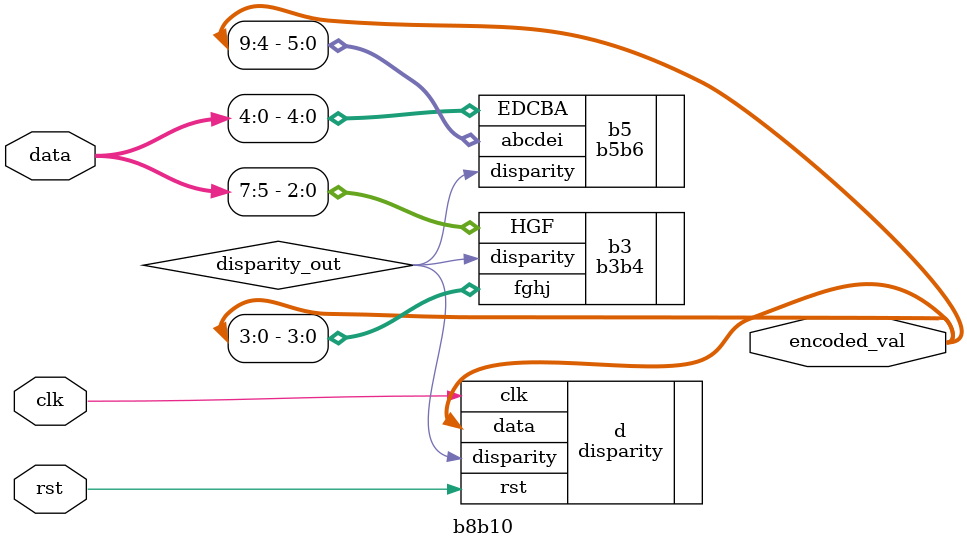
<source format=sv>

module b8b10(
            input [7:0]data,
            input clk,
            input rst,
            output [9:0]encoded_val
);

  b3b4 b3(.HGF(data[7:5]),
          .disparity(disparity_out),
          .fghj(encoded_val[3:0]));
  b5b6 b5(.EDCBA(data[4:0]),
          .disparity(disparity_out),
          .abcdei(encoded_val[9:4]));
  disparity d(.data(encoded_val),
              .rst(rst),
              .clk(clk),
              .disparity(disparity_out));

endmodule
</source>
